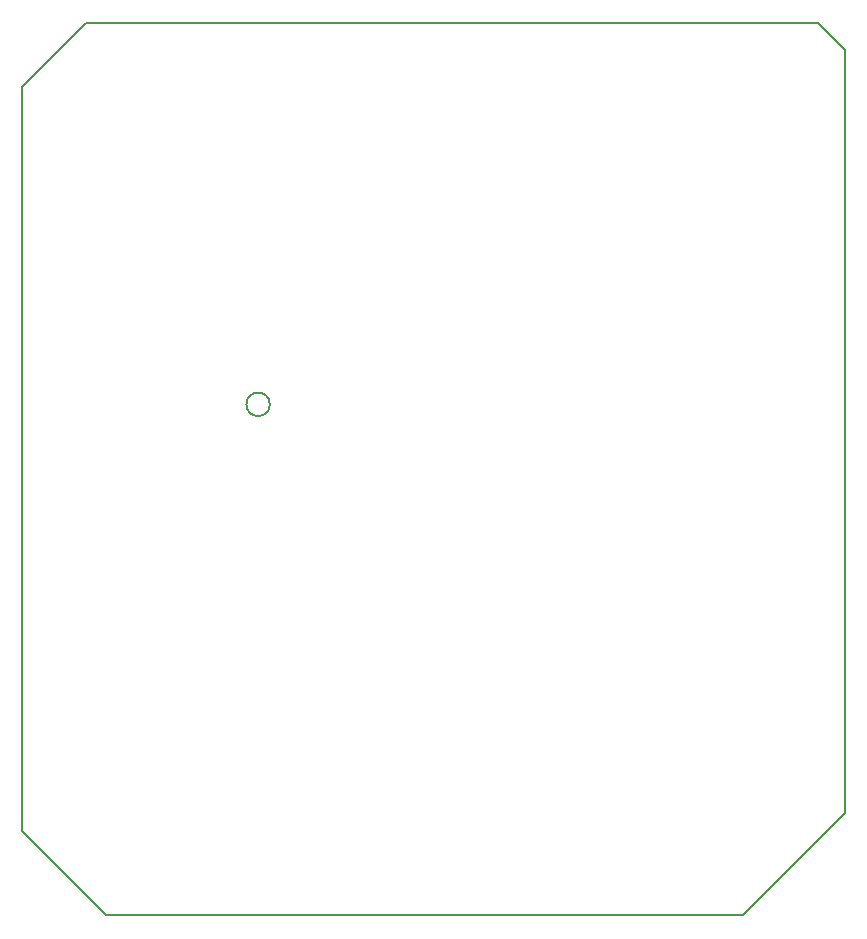
<source format=gko>
G04*
G04 #@! TF.GenerationSoftware,Altium Limited,Altium Designer,20.0.13 (296)*
G04*
G04 Layer_Color=16711935*
%FSLAX44Y44*%
%MOMM*%
G71*
G01*
G75*
%ADD11C,0.2000*%
%ADD126C,0.1270*%
D11*
X-30480Y-12700D02*
X-22860Y-20320D01*
X-30480Y-12700D02*
Y617220D01*
X24130Y671830D01*
X643890D01*
X666750Y648970D01*
Y2540D02*
Y648970D01*
X580390Y-83820D02*
X666750Y2540D01*
X40640Y-83820D02*
X580390D01*
X-22860Y-20320D02*
X40640Y-83820D01*
D126*
X179496Y348905D02*
G03*
X179496Y348905I-9906J0D01*
G01*
M02*

</source>
